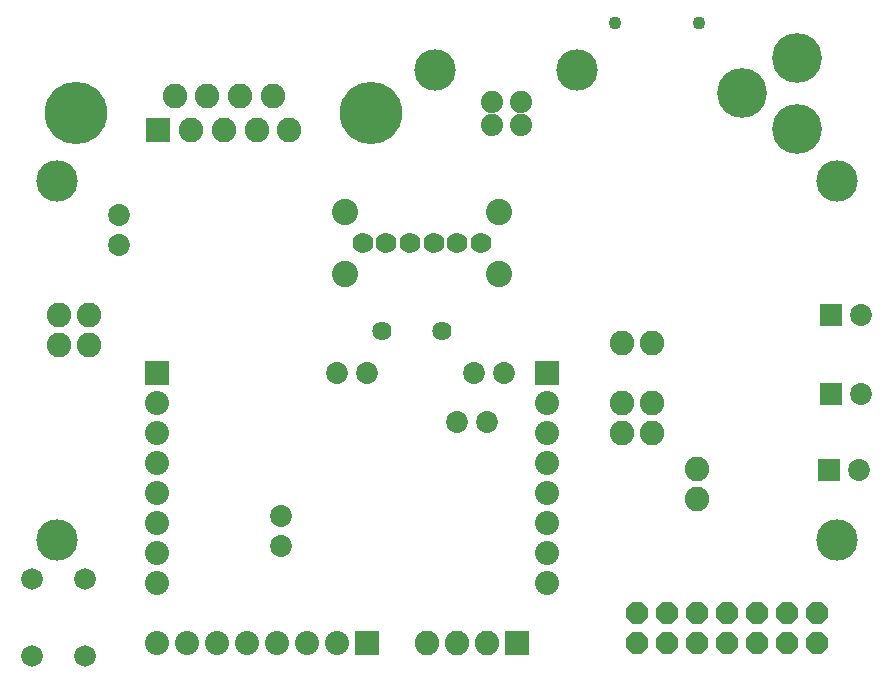
<source format=gbs>
G75*
G70*
%OFA0B0*%
%FSLAX24Y24*%
%IPPOS*%
%LPD*%
%AMOC8*
5,1,8,0,0,1.08239X$1,22.5*
%
%ADD10C,0.0740*%
%ADD11C,0.1380*%
%ADD12R,0.0820X0.0820*%
%ADD13C,0.0820*%
%ADD14C,0.2080*%
%ADD15C,0.0730*%
%ADD16C,0.1660*%
%ADD17C,0.0434*%
%ADD18C,0.0877*%
%ADD19C,0.0694*%
%ADD20OC8,0.0720*%
%ADD21C,0.0720*%
%ADD22R,0.0800X0.0800*%
%ADD23C,0.0800*%
%ADD24C,0.0640*%
%ADD25R,0.0730X0.0730*%
D10*
X016141Y018493D03*
X016141Y019273D03*
X017125Y019273D03*
X017125Y018493D03*
D11*
X019003Y020343D03*
X014263Y020343D03*
X001650Y016622D03*
X001650Y004672D03*
X027650Y004672D03*
X027650Y016622D03*
D12*
X017000Y001221D03*
X005032Y018344D03*
D13*
X006123Y018344D03*
X007213Y018344D03*
X008304Y018344D03*
X009394Y018344D03*
X008847Y019462D03*
X007757Y019462D03*
X006670Y019462D03*
X005579Y019462D03*
X002733Y012153D03*
X001733Y012153D03*
X001733Y011153D03*
X002733Y011153D03*
X014000Y001221D03*
X015000Y001221D03*
X016000Y001221D03*
X023000Y006022D03*
X023000Y007022D03*
X021500Y008222D03*
X021500Y009222D03*
X020500Y009222D03*
X020500Y008222D03*
X020500Y011222D03*
X021500Y011222D03*
D14*
X012134Y018903D03*
X002292Y018903D03*
D15*
X003718Y015493D03*
X003718Y014493D03*
X011000Y010222D03*
X012000Y010222D03*
X014997Y008590D03*
X015997Y008590D03*
X015550Y010222D03*
X016550Y010222D03*
X009131Y005464D03*
X009131Y004464D03*
X028383Y007003D03*
X028443Y009513D03*
X028453Y012173D03*
D16*
X026333Y018379D03*
X024483Y019560D03*
X026333Y020742D03*
D17*
X023051Y021903D03*
X020256Y021903D03*
D18*
X016373Y015610D03*
X016373Y013523D03*
X011255Y013523D03*
X011255Y015610D03*
D19*
X011846Y014566D03*
X012633Y014566D03*
X013421Y014566D03*
X014208Y014566D03*
X014995Y014566D03*
X015783Y014566D03*
D20*
X021000Y002222D03*
X022000Y002222D03*
X023000Y002222D03*
X024000Y002222D03*
X025000Y002222D03*
X026000Y002222D03*
X027000Y002222D03*
X027000Y001222D03*
X026000Y001222D03*
X025000Y001222D03*
X024000Y001222D03*
X023000Y001222D03*
X022000Y001222D03*
X021000Y001222D03*
D21*
X000823Y000798D03*
X002603Y000798D03*
X002603Y003358D03*
X000823Y003358D03*
D22*
X005000Y010222D03*
X012000Y001221D03*
X018000Y010222D03*
D23*
X018000Y009222D03*
X018000Y008222D03*
X018000Y007222D03*
X018000Y006222D03*
X018000Y005222D03*
X018000Y004222D03*
X018000Y003222D03*
X011000Y001221D03*
X010000Y001221D03*
X009000Y001221D03*
X008000Y001221D03*
X007000Y001221D03*
X006000Y001221D03*
X005000Y001221D03*
X005000Y003222D03*
X005000Y004222D03*
X005000Y005222D03*
X005000Y006222D03*
X005000Y007222D03*
X005000Y008222D03*
X005000Y009222D03*
D24*
X012500Y011622D03*
X014500Y011622D03*
D25*
X027453Y012173D03*
X027443Y009513D03*
X027383Y007003D03*
M02*

</source>
